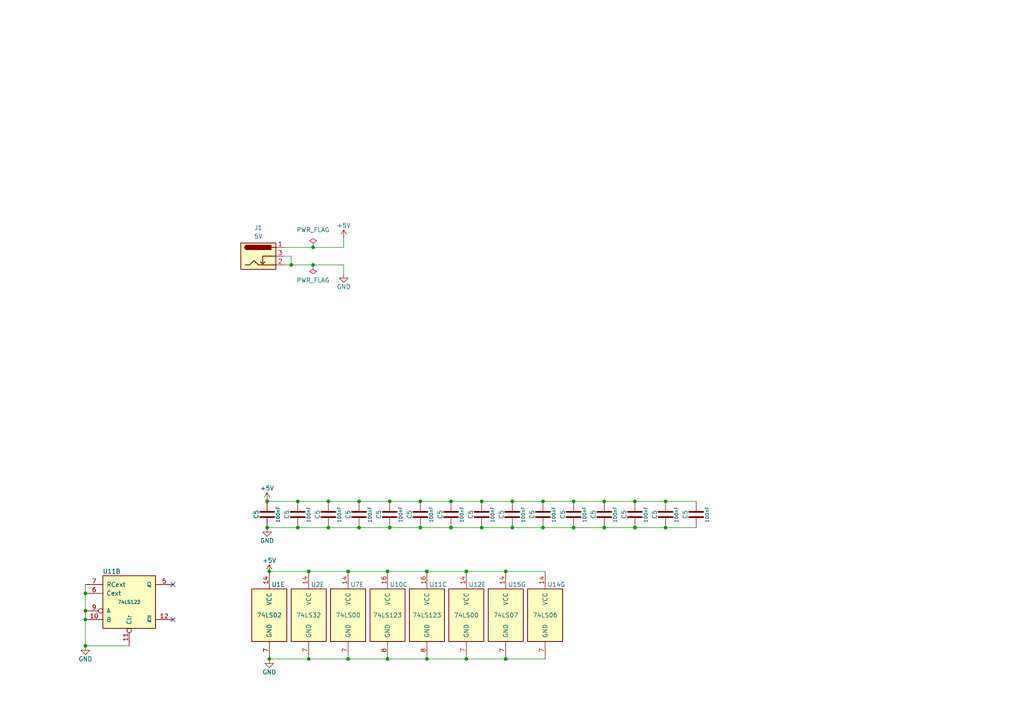
<source format=kicad_sch>
(kicad_sch (version 20230121) (generator eeschema)
  (paper "A4")
  (title_block (title "Sorcerer Dream Disk") (date "2023-12-16") (rev "1.0") (company "Marcel Erz (RetroStack), John Halkiadakis, Michael Borthwick (Exidyboy)") (comment 2 "Barrel Jack power connector, all power units, and unused units") (comment 4 "Power"))
  (lib_symbols
    (symbol "74xx:74LS00" (pin_names (offset 1.016))
      (property "Reference" "U" (at 0 1.27 0))
      (property "Value" "74LS00" (at 0 -1.27 0))
      (symbol "74LS00_1_1"
        (arc (start 0 -3.81) (mid 3.7934 0) (end 0 3.81) (stroke (width 0.254)) (fill (type background)))
        (polyline (pts (xy 0 3.81) (xy -3.81 3.81) (xy -3.81 -3.81) (xy 0 -3.81)) (stroke (width 0.254)) (fill (type background)))
        (pin input line (at -7.62 2.54 0) (length 3.81) (name "~") (number "1"))
        (pin input line (at -7.62 -2.54 0) (length 3.81) (name "~") (number "2"))
        (pin output inverted (at 7.62 0 180) (length 3.81) (name "~") (number "3"))
      )
      (symbol "74LS00_1_2"
        (arc (start -3.81 -3.81) (mid -2.589 0) (end -3.81 3.81) (stroke (width 0.254)))
        (arc (start -0.6096 -3.81) (mid 2.1842 -2.5851) (end 3.81 0) (stroke (width 0.254)) (fill (type background)))
        (polyline (pts (xy -3.81 -3.81) (xy -0.635 -3.81)) (stroke (width 0.254)) (fill (type background)))
        (polyline (pts (xy -3.81 3.81) (xy -0.635 3.81)) (stroke (width 0.254)) (fill (type background)))
        (polyline (pts (xy -0.635 3.81) (xy -3.81 3.81) (xy -3.81 3.81) (xy -3.556 3.4036) (xy -3.0226 2.2606) (xy -2.6924 1.0414) (xy -2.6162 -0.254) (xy -2.7686 -1.4986) (xy -3.175 -2.7178) (xy -3.81 -3.81) (xy -3.81 -3.81) (xy -0.635 -3.81)) (stroke (width -25.4)) (fill (type background)))
        (arc (start 3.81 0) (mid 2.1915 2.5936) (end -0.6096 3.81) (stroke (width 0.254)) (fill (type background)))
        (pin input inverted (at -7.62 2.54 0) (length 4.318) (name "~") (number "1"))
        (pin input inverted (at -7.62 -2.54 0) (length 4.318) (name "~") (number "2"))
        (pin output line (at 7.62 0 180) (length 3.81) (name "~") (number "3"))
      )
      (symbol "74LS00_2_1"
        (arc (start 0 -3.81) (mid 3.7934 0) (end 0 3.81) (stroke (width 0.254)) (fill (type background)))
        (polyline (pts (xy 0 3.81) (xy -3.81 3.81) (xy -3.81 -3.81) (xy 0 -3.81)) (stroke (width 0.254)) (fill (type background)))
        (pin input line (at -7.62 2.54 0) (length 3.81) (name "~") (number "4"))
        (pin input line (at -7.62 -2.54 0) (length 3.81) (name "~") (number "5"))
        (pin output inverted (at 7.62 0 180) (length 3.81) (name "~") (number "6"))
      )
      (symbol "74LS00_2_2"
        (arc (start -3.81 -3.81) (mid -2.589 0) (end -3.81 3.81) (stroke (width 0.254)))
        (arc (start -0.6096 -3.81) (mid 2.1842 -2.5851) (end 3.81 0) (stroke (width 0.254)) (fill (type background)))
        (polyline (pts (xy -3.81 -3.81) (xy -0.635 -3.81)) (stroke (width 0.254)) (fill (type background)))
        (polyline (pts (xy -3.81 3.81) (xy -0.635 3.81)) (stroke (width 0.254)) (fill (type background)))
        (polyline (pts (xy -0.635 3.81) (xy -3.81 3.81) (xy -3.81 3.81) (xy -3.556 3.4036) (xy -3.0226 2.2606) (xy -2.6924 1.0414) (xy -2.6162 -0.254) (xy -2.7686 -1.4986) (xy -3.175 -2.7178) (xy -3.81 -3.81) (xy -3.81 -3.81) (xy -0.635 -3.81)) (stroke (width -25.4)) (fill (type background)))
        (arc (start 3.81 0) (mid 2.1915 2.5936) (end -0.6096 3.81) (stroke (width 0.254)) (fill (type background)))
        (pin input inverted (at -7.62 2.54 0) (length 4.318) (name "~") (number "4"))
        (pin input inverted (at -7.62 -2.54 0) (length 4.318) (name "~") (number "5"))
        (pin output line (at 7.62 0 180) (length 3.81) (name "~") (number "6"))
      )
      (symbol "74LS00_3_1"
        (arc (start 0 -3.81) (mid 3.7934 0) (end 0 3.81) (stroke (width 0.254)) (fill (type background)))
        (polyline (pts (xy 0 3.81) (xy -3.81 3.81) (xy -3.81 -3.81) (xy 0 -3.81)) (stroke (width 0.254)) (fill (type background)))
        (pin input line (at -7.62 -2.54 0) (length 3.81) (name "~") (number "10"))
        (pin output inverted (at 7.62 0 180) (length 3.81) (name "~") (number "8"))
        (pin input line (at -7.62 2.54 0) (length 3.81) (name "~") (number "9"))
      )
      (symbol "74LS00_3_2"
        (arc (start -3.81 -3.81) (mid -2.589 0) (end -3.81 3.81) (stroke (width 0.254)))
        (arc (start -0.6096 -3.81) (mid 2.1842 -2.5851) (end 3.81 0) (stroke (width 0.254)) (fill (type background)))
        (polyline (pts (xy -3.81 -3.81) (xy -0.635 -3.81)) (stroke (width 0.254)) (fill (type background)))
        (polyline (pts (xy -3.81 3.81) (xy -0.635 3.81)) (stroke (width 0.254)) (fill (type background)))
        (polyline (pts (xy -0.635 3.81) (xy -3.81 3.81) (xy -3.81 3.81) (xy -3.556 3.4036) (xy -3.0226 2.2606) (xy -2.6924 1.0414) (xy -2.6162 -0.254) (xy -2.7686 -1.4986) (xy -3.175 -2.7178) (xy -3.81 -3.81) (xy -3.81 -3.81) (xy -0.635 -3.81)) (stroke (width -25.4)) (fill (type background)))
        (arc (start 3.81 0) (mid 2.1915 2.5936) (end -0.6096 3.81) (stroke (width 0.254)) (fill (type background)))
        (pin input inverted (at -7.62 -2.54 0) (length 4.318) (name "~") (number "10"))
        (pin output line (at 7.62 0 180) (length 3.81) (name "~") (number "8"))
        (pin input inverted (at -7.62 2.54 0) (length 4.318) (name "~") (number "9"))
      )
      (symbol "74LS00_4_1"
        (arc (start 0 -3.81) (mid 3.7934 0) (end 0 3.81) (stroke (width 0.254)) (fill (type background)))
        (polyline (pts (xy 0 3.81) (xy -3.81 3.81) (xy -3.81 -3.81) (xy 0 -3.81)) (stroke (width 0.254)) (fill (type background)))
        (pin output inverted (at 7.62 0 180) (length 3.81) (name "~") (number "11"))
        (pin input line (at -7.62 2.54 0) (length 3.81) (name "~") (number "12"))
        (pin input line (at -7.62 -2.54 0) (length 3.81) (name "~") (number "13"))
      )
      (symbol "74LS00_4_2"
        (arc (start -3.81 -3.81) (mid -2.589 0) (end -3.81 3.81) (stroke (width 0.254)))
        (arc (start -0.6096 -3.81) (mid 2.1842 -2.5851) (end 3.81 0) (stroke (width 0.254)) (fill (type background)))
        (polyline (pts (xy -3.81 -3.81) (xy -0.635 -3.81)) (stroke (width 0.254)) (fill (type background)))
        (polyline (pts (xy -3.81 3.81) (xy -0.635 3.81)) (stroke (width 0.254)) (fill (type background)))
        (polyline (pts (xy -0.635 3.81) (xy -3.81 3.81) (xy -3.81 3.81) (xy -3.556 3.4036) (xy -3.0226 2.2606) (xy -2.6924 1.0414) (xy -2.6162 -0.254) (xy -2.7686 -1.4986) (xy -3.175 -2.7178) (xy -3.81 -3.81) (xy -3.81 -3.81) (xy -0.635 -3.81)) (stroke (width -25.4)) (fill (type background)))
        (arc (start 3.81 0) (mid 2.1915 2.5936) (end -0.6096 3.81) (stroke (width 0.254)) (fill (type background)))
        (pin output line (at 7.62 0 180) (length 3.81) (name "~") (number "11"))
        (pin input inverted (at -7.62 2.54 0) (length 4.318) (name "~") (number "12"))
        (pin input inverted (at -7.62 -2.54 0) (length 4.318) (name "~") (number "13"))
      )
      (symbol "74LS00_5_0"
        (pin power_in line (at 0 12.7 270) (length 5.08) (name "VCC") (number "14"))
        (pin power_in line (at 0 -12.7 90) (length 5.08) (name "GND") (number "7"))
      )
      (symbol "74LS00_5_1"
        (rectangle (start -5.08 7.62) (end 5.08 -7.62) (stroke (width 0.254)) (fill (type background)))
      )
    )
    (symbol "74xx:74LS02" (pin_names (offset 1.016))
      (property "Reference" "U" (at 0 1.27 0))
      (property "Value" "74LS02" (at 0 -1.27 0))
      (symbol "74LS02_1_1"
        (arc (start -3.81 -3.81) (mid -2.589 0) (end -3.81 3.81) (stroke (width 0.254)))
        (arc (start -0.6096 -3.81) (mid 2.1842 -2.5851) (end 3.81 0) (stroke (width 0.254)) (fill (type background)))
        (polyline (pts (xy -3.81 -3.81) (xy -0.635 -3.81)) (stroke (width 0.254)) (fill (type background)))
        (polyline (pts (xy -3.81 3.81) (xy -0.635 3.81)) (stroke (width 0.254)) (fill (type background)))
        (polyline (pts (xy -0.635 3.81) (xy -3.81 3.81) (xy -3.81 3.81) (xy -3.556 3.4036) (xy -3.0226 2.2606) (xy -2.6924 1.0414) (xy -2.6162 -0.254) (xy -2.7686 -1.4986) (xy -3.175 -2.7178) (xy -3.81 -3.81) (xy -3.81 -3.81) (xy -0.635 -3.81)) (stroke (width -25.4)) (fill (type background)))
        (arc (start 3.81 0) (mid 2.1915 2.5936) (end -0.6096 3.81) (stroke (width 0.254)) (fill (type background)))
        (pin output inverted (at 7.62 0 180) (length 3.81) (name "~") (number "1"))
        (pin input line (at -7.62 2.54 0) (length 4.318) (name "~") (number "2"))
        (pin input line (at -7.62 -2.54 0) (length 4.318) (name "~") (number "3"))
      )
      (symbol "74LS02_1_2"
        (arc (start 0 -3.81) (mid 3.7934 0) (end 0 3.81) (stroke (width 0.254)) (fill (type background)))
        (polyline (pts (xy 0 3.81) (xy -3.81 3.81) (xy -3.81 -3.81) (xy 0 -3.81)) (stroke (width 0.254)) (fill (type background)))
        (pin output line (at 7.62 0 180) (length 3.81) (name "~") (number "1"))
        (pin input inverted (at -7.62 2.54 0) (length 3.81) (name "~") (number "2"))
        (pin input inverted (at -7.62 -2.54 0) (length 3.81) (name "~") (number "3"))
      )
      (symbol "74LS02_2_1"
        (arc (start -3.81 -3.81) (mid -2.589 0) (end -3.81 3.81) (stroke (width 0.254)))
        (arc (start -0.6096 -3.81) (mid 2.1842 -2.5851) (end 3.81 0) (stroke (width 0.254)) (fill (type background)))
        (polyline (pts (xy -3.81 -3.81) (xy -0.635 -3.81)) (stroke (width 0.254)) (fill (type background)))
        (polyline (pts (xy -3.81 3.81) (xy -0.635 3.81)) (stroke (width 0.254)) (fill (type background)))
        (polyline (pts (xy -0.635 3.81) (xy -3.81 3.81) (xy -3.81 3.81) (xy -3.556 3.4036) (xy -3.0226 2.2606) (xy -2.6924 1.0414) (xy -2.6162 -0.254) (xy -2.7686 -1.4986) (xy -3.175 -2.7178) (xy -3.81 -3.81) (xy -3.81 -3.81) (xy -0.635 -3.81)) (stroke (width -25.4)) (fill (type background)))
        (arc (start 3.81 0) (mid 2.1915 2.5936) (end -0.6096 3.81) (stroke (width 0.254)) (fill (type background)))
        (pin output inverted (at 7.62 0 180) (length 3.81) (name "~") (number "4"))
        (pin input line (at -7.62 2.54 0) (length 4.318) (name "~") (number "5"))
        (pin input line (at -7.62 -2.54 0) (length 4.318) (name "~") (number "6"))
      )
      (symbol "74LS02_2_2"
        (arc (start 0 -3.81) (mid 3.7934 0) (end 0 3.81) (stroke (width 0.254)) (fill (type background)))
        (polyline (pts (xy 0 3.81) (xy -3.81 3.81) (xy -3.81 -3.81) (xy 0 -3.81)) (stroke (width 0.254)) (fill (type background)))
        (pin output line (at 7.62 0 180) (length 3.81) (name "~") (number "4"))
        (pin input inverted (at -7.62 2.54 0) (length 3.81) (name "~") (number "5"))
        (pin input inverted (at -7.62 -2.54 0) (length 3.81) (name "~") (number "6"))
      )
      (symbol "74LS02_3_1"
        (arc (start -3.81 -3.81) (mid -2.589 0) (end -3.81 3.81) (stroke (width 0.254)))
        (arc (start -0.6096 -3.81) (mid 2.1842 -2.5851) (end 3.81 0) (stroke (width 0.254)) (fill (type background)))
        (polyline (pts (xy -3.81 -3.81) (xy -0.635 -3.81)) (stroke (width 0.254)) (fill (type background)))
        (polyline (pts (xy -3.81 3.81) (xy -0.635 3.81)) (stroke (width 0.254)) (fill (type background)))
        (polyline (pts (xy -0.635 3.81) (xy -3.81 3.81) (xy -3.81 3.81) (xy -3.556 3.4036) (xy -3.0226 2.2606) (xy -2.6924 1.0414) (xy -2.6162 -0.254) (xy -2.7686 -1.4986) (xy -3.175 -2.7178) (xy -3.81 -3.81) (xy -3.81 -3.81) (xy -0.635 -3.81)) (stroke (width -25.4)) (fill (type background)))
        (arc (start 3.81 0) (mid 2.1915 2.5936) (end -0.6096 3.81) (stroke (width 0.254)) (fill (type background)))
        (pin output inverted (at 7.62 0 180) (length 3.81) (name "~") (number "10"))
        (pin input line (at -7.62 2.54 0) (length 4.318) (name "~") (number "8"))
        (pin input line (at -7.62 -2.54 0) (length 4.318) (name "~") (number "9"))
      )
      (symbol "74LS02_3_2"
        (arc (start 0 -3.81) (mid 3.7934 0) (end 0 3.81) (stroke (width 0.254)) (fill (type background)))
        (polyline (pts (xy 0 3.81) (xy -3.81 3.81) (xy -3.81 -3.81) (xy 0 -3.81)) (stroke (width 0.254)) (fill (type background)))
        (pin output line (at 7.62 0 180) (length 3.81) (name "~") (number "10"))
        (pin input inverted (at -7.62 2.54 0) (length 3.81) (name "~") (number "8"))
        (pin input inverted (at -7.62 -2.54 0) (length 3.81) (name "~") (number "9"))
      )
      (symbol "74LS02_4_1"
        (arc (start -3.81 -3.81) (mid -2.589 0) (end -3.81 3.81) (stroke (width 0.254)))
        (arc (start -0.6096 -3.81) (mid 2.1842 -2.5851) (end 3.81 0) (stroke (width 0.254)) (fill (type background)))
        (polyline (pts (xy -3.81 -3.81) (xy -0.635 -3.81)) (stroke (width 0.254)) (fill (type background)))
        (polyline (pts (xy -3.81 3.81) (xy -0.635 3.81)) (stroke (width 0.254)) (fill (type background)))
        (polyline (pts (xy -0.635 3.81) (xy -3.81 3.81) (xy -3.81 3.81) (xy -3.556 3.4036) (xy -3.0226 2.2606) (xy -2.6924 1.0414) (xy -2.6162 -0.254) (xy -2.7686 -1.4986) (xy -3.175 -2.7178) (xy -3.81 -3.81) (xy -3.81 -3.81) (xy -0.635 -3.81)) (stroke (width -25.4)) (fill (type background)))
        (arc (start 3.81 0) (mid 2.1915 2.5936) (end -0.6096 3.81) (stroke (width 0.254)) (fill (type background)))
        (pin input line (at -7.62 2.54 0) (length 4.318) (name "~") (number "11"))
        (pin input line (at -7.62 -2.54 0) (length 4.318) (name "~") (number "12"))
        (pin output inverted (at 7.62 0 180) (length 3.81) (name "~") (number "13"))
      )
      (symbol "74LS02_4_2"
        (arc (start 0 -3.81) (mid 3.7934 0) (end 0 3.81) (stroke (width 0.254)) (fill (type background)))
        (polyline (pts (xy 0 3.81) (xy -3.81 3.81) (xy -3.81 -3.81) (xy 0 -3.81)) (stroke (width 0.254)) (fill (type background)))
        (pin input inverted (at -7.62 2.54 0) (length 3.81) (name "~") (number "11"))
        (pin input inverted (at -7.62 -2.54 0) (length 3.81) (name "~") (number "12"))
        (pin output line (at 7.62 0 180) (length 3.81) (name "~") (number "13"))
      )
      (symbol "74LS02_5_0"
        (pin power_in line (at 0 12.7 270) (length 5.08) (name "VCC") (number "14"))
        (pin power_in line (at 0 -12.7 90) (length 5.08) (name "GND") (number "7"))
      )
      (symbol "74LS02_5_1"
        (rectangle (start -5.08 7.62) (end 5.08 -7.62) (stroke (width 0.254)) (fill (type background)))
      )
    )
    (symbol "74xx:74LS06" (pin_names (offset 1.016))
      (property "Reference" "U" (at 0 1.27 0))
      (property "Value" "74LS06" (at 0 -1.27 0))
      (symbol "74LS06_1_0"
        (polyline (pts (xy -3.81 3.81) (xy -3.81 -3.81) (xy 3.81 0) (xy -3.81 3.81)) (stroke (width 0.254)) (fill (type background)))
        (pin input line (at -7.62 0 0) (length 3.81) (name "~") (number "1"))
        (pin open_collector inverted (at 7.62 0 180) (length 3.81) (name "~") (number "2"))
      )
      (symbol "74LS06_2_0"
        (polyline (pts (xy -3.81 3.81) (xy -3.81 -3.81) (xy 3.81 0) (xy -3.81 3.81)) (stroke (width 0.254)) (fill (type background)))
        (pin input line (at -7.62 0 0) (length 3.81) (name "~") (number "3"))
        (pin open_collector inverted (at 7.62 0 180) (length 3.81) (name "~") (number "4"))
      )
      (symbol "74LS06_3_0"
        (polyline (pts (xy -3.81 3.81) (xy -3.81 -3.81) (xy 3.81 0) (xy -3.81 3.81)) (stroke (width 0.254)) (fill (type background)))
        (pin input line (at -7.62 0 0) (length 3.81) (name "~") (number "5"))
        (pin open_collector inverted (at 7.62 0 180) (length 3.81) (name "~") (number "6"))
      )
      (symbol "74LS06_4_0"
        (polyline (pts (xy -3.81 3.81) (xy -3.81 -3.81) (xy 3.81 0) (xy -3.81 3.81)) (stroke (width 0.254)) (fill (type background)))
        (pin open_collector inverted (at 7.62 0 180) (length 3.81) (name "~") (number "8"))
        (pin input line (at -7.62 0 0) (length 3.81) (name "~") (number "9"))
      )
      (symbol "74LS06_5_0"
        (polyline (pts (xy -3.81 3.81) (xy -3.81 -3.81) (xy 3.81 0) (xy -3.81 3.81)) (stroke (width 0.254)) (fill (type background)))
        (pin open_collector inverted (at 7.62 0 180) (length 3.81) (name "~") (number "10"))
        (pin input line (at -7.62 0 0) (length 3.81) (name "~") (number "11"))
      )
      (symbol "74LS06_6_0"
        (polyline (pts (xy -3.81 3.81) (xy -3.81 -3.81) (xy 3.81 0) (xy -3.81 3.81)) (stroke (width 0.254)) (fill (type background)))
        (pin open_collector inverted (at 7.62 0 180) (length 3.81) (name "~") (number "12"))
        (pin input line (at -7.62 0 0) (length 3.81) (name "~") (number "13"))
      )
      (symbol "74LS06_7_0"
        (pin power_in line (at 0 12.7 270) (length 5.08) (name "VCC") (number "14"))
        (pin power_in line (at 0 -12.7 90) (length 5.08) (name "GND") (number "7"))
      )
      (symbol "74LS06_7_1"
        (rectangle (start -5.08 7.62) (end 5.08 -7.62) (stroke (width 0.254)) (fill (type background)))
      )
    )
    (symbol "74xx:74LS07" (pin_names (offset 1.016))
      (property "Reference" "U" (at 0 1.27 0))
      (property "Value" "74LS07" (at 0 -1.27 0))
      (symbol "74LS07_1_0"
        (polyline (pts (xy -3.81 3.81) (xy -3.81 -3.81) (xy 3.81 0) (xy -3.81 3.81)) (stroke (width 0.254)) (fill (type background)))
        (pin input line (at -7.62 0 0) (length 3.81) (name "~") (number "1"))
        (pin open_collector line (at 7.62 0 180) (length 3.81) (name "~") (number "2"))
      )
      (symbol "74LS07_2_0"
        (polyline (pts (xy -3.81 3.81) (xy -3.81 -3.81) (xy 3.81 0) (xy -3.81 3.81)) (stroke (width 0.254)) (fill (type background)))
        (pin input line (at -7.62 0 0) (length 3.81) (name "~") (number "3"))
        (pin open_collector line (at 7.62 0 180) (length 3.81) (name "~") (number "4"))
      )
      (symbol "74LS07_3_0"
        (polyline (pts (xy -3.81 3.81) (xy -3.81 -3.81) (xy 3.81 0) (xy -3.81 3.81)) (stroke (width 0.254)) (fill (type background)))
        (pin input line (at -7.62 0 0) (length 3.81) (name "~") (number "5"))
        (pin open_collector line (at 7.62 0 180) (length 3.81) (name "~") (number "6"))
      )
      (symbol "74LS07_4_0"
        (polyline (pts (xy -3.81 3.81) (xy -3.81 -3.81) (xy 3.81 0) (xy -3.81 3.81)) (stroke (width 0.254)) (fill (type background)))
        (pin open_collector line (at 7.62 0 180) (length 3.81) (name "~") (number "8"))
        (pin input line (at -7.62 0 0) (length 3.81) (name "~") (number "9"))
      )
      (symbol "74LS07_5_0"
        (polyline (pts (xy -3.81 3.81) (xy -3.81 -3.81) (xy 3.81 0) (xy -3.81 3.81)) (stroke (width 0.254)) (fill (type background)))
        (pin open_collector line (at 7.62 0 180) (length 3.81) (name "~") (number "10"))
        (pin input line (at -7.62 0 0) (length 3.81) (name "~") (number "11"))
      )
      (symbol "74LS07_6_0"
        (polyline (pts (xy -3.81 3.81) (xy -3.81 -3.81) (xy 3.81 0) (xy -3.81 3.81)) (stroke (width 0.254)) (fill (type background)))
        (pin open_collector line (at 7.62 0 180) (length 3.81) (name "~") (number "12"))
        (pin input line (at -7.62 0 0) (length 3.81) (name "~") (number "13"))
      )
      (symbol "74LS07_7_0"
        (pin power_in line (at 0 12.7 270) (length 5.08) (name "VCC") (number "14"))
        (pin power_in line (at 0 -12.7 90) (length 5.08) (name "GND") (number "7"))
      )
      (symbol "74LS07_7_1"
        (rectangle (start -5.08 7.62) (end 5.08 -7.62) (stroke (width 0.254)) (fill (type background)))
      )
    )
    (symbol "74xx:74LS123" (pin_names (offset 1.016))
      (property "Reference" "U" (at -7.62 8.89 0))
      (property "Value" "74LS123" (at -7.62 -8.89 0))
      (symbol "74LS123_1_0"
        (pin input inverted (at -12.7 -2.54 0) (length 5.08) (name "A") (number "1"))
        (pin output line (at 12.7 5.08 180) (length 5.08) (name "Q") (number "13"))
        (pin input line (at -12.7 2.54 0) (length 5.08) (name "Cext") (number "14"))
        (pin input line (at -12.7 5.08 0) (length 5.08) (name "RCext") (number "15"))
        (pin input line (at -12.7 -5.08 0) (length 5.08) (name "B") (number "2"))
        (pin input inverted (at 0 -12.7 90) (length 5.08) (name "Clr") (number "3"))
        (pin output line (at 12.7 -5.08 180) (length 5.08) (name "~{Q}") (number "4"))
      )
      (symbol "74LS123_1_1"
        (rectangle (start -7.62 7.62) (end 7.62 -7.62) (stroke (width 0.254)) (fill (type background)))
      )
      (symbol "74LS123_2_0"
        (pin input line (at -12.7 -5.08 0) (length 5.08) (name "B") (number "10"))
        (pin input inverted (at 0 -12.7 90) (length 5.08) (name "Clr") (number "11"))
        (pin output line (at 12.7 -5.08 180) (length 5.08) (name "~{Q}") (number "12"))
        (pin output line (at 12.7 5.08 180) (length 5.08) (name "Q") (number "5"))
        (pin input line (at -12.7 2.54 0) (length 5.08) (name "Cext") (number "6"))
        (pin input line (at -12.7 5.08 0) (length 5.08) (name "RCext") (number "7"))
        (pin input inverted (at -12.7 -2.54 0) (length 5.08) (name "A") (number "9"))
      )
      (symbol "74LS123_2_1"
        (rectangle (start -7.62 7.62) (end 7.62 -7.62) (stroke (width 0.254)) (fill (type background)))
      )
      (symbol "74LS123_3_0"
        (pin power_in line (at 0 12.7 270) (length 5.08) (name "VCC") (number "16"))
        (pin power_in line (at 0 -12.7 90) (length 5.08) (name "GND") (number "8"))
      )
      (symbol "74LS123_3_1"
        (rectangle (start -5.08 7.62) (end 5.08 -7.62) (stroke (width 0.254)) (fill (type background)))
      )
    )
    (symbol "74xx:74LS32" (pin_names (offset 1.016))
      (property "Reference" "U" (at 0 1.27 0))
      (property "Value" "74LS32" (at 0 -1.27 0))
      (symbol "74LS32_1_1"
        (arc (start -3.81 -3.81) (mid -2.589 0) (end -3.81 3.81) (stroke (width 0.254)))
        (arc (start -0.6096 -3.81) (mid 2.1842 -2.5851) (end 3.81 0) (stroke (width 0.254)) (fill (type background)))
        (polyline (pts (xy -3.81 -3.81) (xy -0.635 -3.81)) (stroke (width 0.254)) (fill (type background)))
        (polyline (pts (xy -3.81 3.81) (xy -0.635 3.81)) (stroke (width 0.254)) (fill (type background)))
        (polyline (pts (xy -0.635 3.81) (xy -3.81 3.81) (xy -3.81 3.81) (xy -3.556 3.4036) (xy -3.0226 2.2606) (xy -2.6924 1.0414) (xy -2.6162 -0.254) (xy -2.7686 -1.4986) (xy -3.175 -2.7178) (xy -3.81 -3.81) (xy -3.81 -3.81) (xy -0.635 -3.81)) (stroke (width -25.4)) (fill (type background)))
        (arc (start 3.81 0) (mid 2.1915 2.5936) (end -0.6096 3.81) (stroke (width 0.254)) (fill (type background)))
        (pin input line (at -7.62 2.54 0) (length 4.318) (name "~") (number "1"))
        (pin input line (at -7.62 -2.54 0) (length 4.318) (name "~") (number "2"))
        (pin output line (at 7.62 0 180) (length 3.81) (name "~") (number "3"))
      )
      (symbol "74LS32_1_2"
        (arc (start 0 -3.81) (mid 3.7934 0) (end 0 3.81) (stroke (width 0.254)) (fill (type background)))
        (polyline (pts (xy 0 3.81) (xy -3.81 3.81) (xy -3.81 -3.81) (xy 0 -3.81)) (stroke (width 0.254)) (fill (type background)))
        (pin input inverted (at -7.62 2.54 0) (length 3.81) (name "~") (number "1"))
        (pin input inverted (at -7.62 -2.54 0) (length 3.81) (name "~") (number "2"))
        (pin output inverted (at 7.62 0 180) (length 3.81) (name "~") (number "3"))
      )
      (symbol "74LS32_2_1"
        (arc (start -3.81 -3.81) (mid -2.589 0) (end -3.81 3.81) (stroke (width 0.254)))
        (arc (start -0.6096 -3.81) (mid 2.1842 -2.5851) (end 3.81 0) (stroke (width 0.254)) (fill (type background)))
        (polyline (pts (xy -3.81 -3.81) (xy -0.635 -3.81)) (stroke (width 0.254)) (fill (type background)))
        (polyline (pts (xy -3.81 3.81) (xy -0.635 3.81)) (stroke (width 0.254)) (fill (type background)))
        (polyline (pts (xy -0.635 3.81) (xy -3.81 3.81) (xy -3.81 3.81) (xy -3.556 3.4036) (xy -3.0226 2.2606) (xy -2.6924 1.0414) (xy -2.6162 -0.254) (xy -2.7686 -1.4986) (xy -3.175 -2.7178) (xy -3.81 -3.81) (xy -3.81 -3.81) (xy -0.635 -3.81)) (stroke (width -25.4)) (fill (type background)))
        (arc (start 3.81 0) (mid 2.1915 2.5936) (end -0.6096 3.81) (stroke (width 0.254)) (fill (type background)))
        (pin input line (at -7.62 2.54 0) (length 4.318) (name "~") (number "4"))
        (pin input line (at -7.62 -2.54 0) (length 4.318) (name "~") (number "5"))
        (pin output line (at 7.62 0 180) (length 3.81) (name "~") (number "6"))
      )
      (symbol "74LS32_2_2"
        (arc (start 0 -3.81) (mid 3.7934 0) (end 0 3.81) (stroke (width 0.254)) (fill (type background)))
        (polyline (pts (xy 0 3.81) (xy -3.81 3.81) (xy -3.81 -3.81) (xy 0 -3.81)) (stroke (width 0.254)) (fill (type background)))
        (pin input inverted (at -7.62 2.54 0) (length 3.81) (name "~") (number "4"))
        (pin input inverted (at -7.62 -2.54 0) (length 3.81) (name "~") (number "5"))
        (pin output inverted (at 7.62 0 180) (length 3.81) (name "~") (number "6"))
      )
      (symbol "74LS32_3_1"
        (arc (start -3.81 -3.81) (mid -2.589 0) (end -3.81 3.81) (stroke (width 0.254)))
        (arc (start -0.6096 -3.81) (mid 2.1842 -2.5851) (end 3.81 0) (stroke (width 0.254)) (fill (type background)))
        (polyline (pts (xy -3.81 -3.81) (xy -0.635 -3.81)) (stroke (width 0.254)) (fill (type background)))
        (polyline (pts (xy -3.81 3.81) (xy -0.635 3.81)) (stroke (width 0.254)) (fill (type background)))
        (polyline (pts (xy -0.635 3.81) (xy -3.81 3.81) (xy -3.81 3.81) (xy -3.556 3.4036) (xy -3.0226 2.2606) (xy -2.6924 1.0414) (xy -2.6162 -0.254) (xy -2.7686 -1.4986) (xy -3.175 -2.7178) (xy -3.81 -3.81) (xy -3.81 -3.81) (xy -0.635 -3.81)) (stroke (width -25.4)) (fill (type background)))
        (arc (start 3.81 0) (mid 2.1915 2.5936) (end -0.6096 3.81) (stroke (width 0.254)) (fill (type background)))
        (pin input line (at -7.62 -2.54 0) (length 4.318) (name "~") (number "10"))
        (pin output line (at 7.62 0 180) (length 3.81) (name "~") (number "8"))
        (pin input line (at -7.62 2.54 0) (length 4.318) (name "~") (number "9"))
      )
      (symbol "74LS32_3_2"
        (arc (start 0 -3.81) (mid 3.7934 0) (end 0 3.81) (stroke (width 0.254)) (fill (type background)))
        (polyline (pts (xy 0 3.81) (xy -3.81 3.81) (xy -3.81 -3.81) (xy 0 -3.81)) (stroke (width 0.254)) (fill (type background)))
        (pin input inverted (at -7.62 -2.54 0) (length 3.81) (name "~") (number "10"))
        (pin output inverted (at 7.62 0 180) (length 3.81) (name "~") (number "8"))
        (pin input inverted (at -7.62 2.54 0) (length 3.81) (name "~") (number "9"))
      )
      (symbol "74LS32_4_1"
        (arc (start -3.81 -3.81) (mid -2.589 0) (end -3.81 3.81) (stroke (width 0.254)))
        (arc (start -0.6096 -3.81) (mid 2.1842 -2.5851) (end 3.81 0) (stroke (width 0.254)) (fill (type background)))
        (polyline (pts (xy -3.81 -3.81) (xy -0.635 -3.81)) (stroke (width 0.254)) (fill (type background)))
        (polyline (pts (xy -3.81 3.81) (xy -0.635 3.81)) (stroke (width 0.254)) (fill (type background)))
        (polyline (pts (xy -0.635 3.81) (xy -3.81 3.81) (xy -3.81 3.81) (xy -3.556 3.4036) (xy -3.0226 2.2606) (xy -2.6924 1.0414) (xy -2.6162 -0.254) (xy -2.7686 -1.4986) (xy -3.175 -2.7178) (xy -3.81 -3.81) (xy -3.81 -3.81) (xy -0.635 -3.81)) (stroke (width -25.4)) (fill (type background)))
        (arc (start 3.81 0) (mid 2.1915 2.5936) (end -0.6096 3.81) (stroke (width 0.254)) (fill (type background)))
        (pin output line (at 7.62 0 180) (length 3.81) (name "~") (number "11"))
        (pin input line (at -7.62 2.54 0) (length 4.318) (name "~") (number "12"))
        (pin input line (at -7.62 -2.54 0) (length 4.318) (name "~") (number "13"))
      )
      (symbol "74LS32_4_2"
        (arc (start 0 -3.81) (mid 3.7934 0) (end 0 3.81) (stroke (width 0.254)) (fill (type background)))
        (polyline (pts (xy 0 3.81) (xy -3.81 3.81) (xy -3.81 -3.81) (xy 0 -3.81)) (stroke (width 0.254)) (fill (type background)))
        (pin output inverted (at 7.62 0 180) (length 3.81) (name "~") (number "11"))
        (pin input inverted (at -7.62 2.54 0) (length 3.81) (name "~") (number "12"))
        (pin input inverted (at -7.62 -2.54 0) (length 3.81) (name "~") (number "13"))
      )
      (symbol "74LS32_5_0"
        (pin power_in line (at 0 12.7 270) (length 5.08) (name "VCC") (number "14"))
        (pin power_in line (at 0 -12.7 90) (length 5.08) (name "GND") (number "7"))
      )
      (symbol "74LS32_5_1"
        (rectangle (start -5.08 7.62) (end 5.08 -7.62) (stroke (width 0.254)) (fill (type background)))
      )
    )
    (symbol "Connector:Barrel_Jack_Switch" (pin_names hide)
      (property "Reference" "J" (at 0 5.334 0))
      (property "Value" "Barrel_Jack_Switch" (at 0 -5.08 0))
      (symbol "Barrel_Jack_Switch_0_1"
        (rectangle (start -5.08 3.81) (end 5.08 -3.81) (stroke (width 0.254)) (fill (type background)))
        (arc (start -3.302 3.175) (mid -3.9343 2.54) (end -3.302 1.905) (stroke (width 0.254)))
        (arc (start -3.302 3.175) (mid -3.9343 2.54) (end -3.302 1.905) (stroke (width 0.254)) (fill (type outline)))
        (polyline (pts (xy 1.27 -2.286) (xy 1.905 -1.651)) (stroke (width 0.254)))
        (polyline (pts (xy 5.08 2.54) (xy 3.81 2.54)) (stroke (width 0.254)))
        (polyline (pts (xy 5.08 0) (xy 1.27 0) (xy 1.27 -2.286) (xy 0.635 -1.651)) (stroke (width 0.254)))
        (polyline (pts (xy -3.81 -2.54) (xy -2.54 -2.54) (xy -1.27 -1.27) (xy 0 -2.54) (xy 2.54 -2.54) (xy 5.08 -2.54)) (stroke (width 0.254)))
        (rectangle (start 3.683 3.175) (end -3.302 1.905) (stroke (width 0.254)) (fill (type outline)))
      )
      (symbol "Barrel_Jack_Switch_1_1"
        (pin passive line (at 7.62 2.54 180) (length 2.54) (name "~") (number "1"))
        (pin passive line (at 7.62 -2.54 180) (length 2.54) (name "~") (number "2"))
        (pin passive line (at 7.62 0 180) (length 2.54) (name "~") (number "3"))
      )
    )
    (symbol "Device:C" (pin_numbers hide) (pin_names (offset 0.254))
      (property "Reference" "C" (at 0.635 2.54 0))
      (property "Value" "C" (at 0.635 -2.54 0))
      (symbol "C_0_1"
        (polyline (pts (xy -2.032 -0.762) (xy 2.032 -0.762)) (stroke (width 0.508)))
        (polyline (pts (xy -2.032 0.762) (xy 2.032 0.762)) (stroke (width 0.508)))
      )
      (symbol "C_1_1"
        (pin passive line (at 0 3.81 270) (length 2.794) (name "~") (number "1"))
        (pin passive line (at 0 -3.81 90) (length 2.794) (name "~") (number "2"))
      )
    )
    (symbol "power:+5V" (power) (pin_names (offset 0))
      (property "Value" "+5V" (at 0 3.556 0))
      (symbol "+5V_0_1"
        (polyline (pts (xy -0.762 1.27) (xy 0 2.54)))
        (polyline (pts (xy 0 0) (xy 0 2.54)))
        (polyline (pts (xy 0 2.54) (xy 0.762 1.27)))
      )
      (symbol "+5V_1_1"
        (pin power_in line (at 0 0 90) (length 0) hide (name "+5V") (number "1"))
      )
    )
    (symbol "power:GND" (power) (pin_names (offset 0))
      (property "Value" "GND" (at 0 -3.81 0))
      (symbol "GND_0_1"
        (polyline (pts (xy 0 0) (xy 0 -1.27) (xy 1.27 -1.27) (xy 0 -2.54) (xy -1.27 -1.27) (xy 0 -1.27)))
      )
      (symbol "GND_1_1"
        (pin power_in line (at 0 0 270) (length 0) hide (name "GND") (number "1"))
      )
    )
    (symbol "power:PWR_FLAG" (power) (pin_numbers hide) (pin_names (offset 0) hide)
      (property "Value" "PWR_FLAG" (at 0 3.81 0))
      (symbol "PWR_FLAG_0_0"
        (pin power_out line (at 0 0 90) (length 0) (name "pwr") (number "1"))
      )
      (symbol "PWR_FLAG_0_1"
        (polyline (pts (xy 0 0) (xy 0 1.27) (xy -1.016 1.905) (xy 0 2.54) (xy 1.016 1.905) (xy 0 1.27)))
      )
    )
  )
  (junction (at 113.03 153.035))
  (junction (at 86.36 153.035))
  (junction (at 166.37 145.415))
  (junction (at 135.255 165.735))
  (junction (at 112.395 165.735))
  (junction (at 113.03 145.415))
  (junction (at 175.26 153.035))
  (junction (at 139.7 153.035))
  (junction (at 78.105 191.135))
  (junction (at 24.765 187.325))
  (junction (at 95.25 145.415))
  (junction (at 193.04 153.035))
  (junction (at 148.59 153.035))
  (junction (at 90.805 71.755))
  (junction (at 77.47 153.035))
  (junction (at 84.455 76.835))
  (junction (at 166.37 153.035))
  (junction (at 175.26 145.415))
  (junction (at 157.48 145.415))
  (junction (at 146.685 165.735))
  (junction (at 148.59 145.415))
  (junction (at 130.81 153.035))
  (junction (at 89.535 165.735))
  (junction (at 104.14 153.035))
  (junction (at 86.36 145.415))
  (junction (at 24.765 177.165))
  (junction (at 130.81 145.415))
  (junction (at 193.04 145.415))
  (junction (at 123.825 165.735))
  (junction (at 24.765 179.705))
  (junction (at 157.48 153.035))
  (junction (at 184.15 145.415))
  (junction (at 78.105 165.735))
  (junction (at 104.14 145.415))
  (junction (at 89.535 191.135))
  (junction (at 121.92 145.415))
  (junction (at 123.825 191.135))
  (junction (at 112.395 191.135))
  (junction (at 146.685 191.135))
  (junction (at 100.965 165.735))
  (junction (at 184.15 153.035))
  (junction (at 95.25 153.035))
  (junction (at 24.765 172.085))
  (junction (at 100.965 191.135))
  (junction (at 135.255 191.135))
  (junction (at 77.47 145.415))
  (junction (at 90.805 76.835))
  (junction (at 139.7 145.415))
  (junction (at 121.92 153.035))
  (no_connect (at 50.165 179.705))
  (no_connect (at 50.165 169.545))
  (wire (pts (xy 78.105 165.735) (xy 89.535 165.735)))
  (wire (pts (xy 193.04 145.415) (xy 201.93 145.415)))
  (wire (pts (xy 90.805 71.755) (xy 99.695 71.755)))
  (wire (pts (xy 104.14 145.415) (xy 113.03 145.415)))
  (wire (pts (xy 84.455 74.295) (xy 84.455 76.835)))
  (wire (pts (xy 86.36 145.415) (xy 95.25 145.415)))
  (wire (pts (xy 24.765 187.325) (xy 37.465 187.325)))
  (wire (pts (xy 148.59 145.415) (xy 157.48 145.415)))
  (wire (pts (xy 112.395 165.735) (xy 123.825 165.735)))
  (wire (pts (xy 146.685 191.135) (xy 158.115 191.135)))
  (wire (pts (xy 82.55 71.755) (xy 90.805 71.755)))
  (wire (pts (xy 175.26 145.415) (xy 184.15 145.415)))
  (wire (pts (xy 130.81 145.415) (xy 139.7 145.415)))
  (wire (pts (xy 166.37 145.415) (xy 175.26 145.415)))
  (wire (pts (xy 99.695 69.215) (xy 99.695 71.755)))
  (wire (pts (xy 95.25 153.035) (xy 104.14 153.035)))
  (wire (pts (xy 90.805 76.835) (xy 99.695 76.835)))
  (wire (pts (xy 24.765 179.705) (xy 24.765 187.325)))
  (wire (pts (xy 135.255 191.135) (xy 146.685 191.135)))
  (wire (pts (xy 77.47 145.415) (xy 86.36 145.415)))
  (wire (pts (xy 184.15 145.415) (xy 193.04 145.415)))
  (wire (pts (xy 100.965 165.735) (xy 112.395 165.735)))
  (wire (pts (xy 24.765 169.545) (xy 24.765 172.085)))
  (wire (pts (xy 24.765 172.085) (xy 24.765 177.165)))
  (wire (pts (xy 148.59 153.035) (xy 157.48 153.035)))
  (wire (pts (xy 84.455 76.835) (xy 90.805 76.835)))
  (wire (pts (xy 82.55 76.835) (xy 84.455 76.835)))
  (wire (pts (xy 104.14 153.035) (xy 113.03 153.035)))
  (wire (pts (xy 86.36 153.035) (xy 95.25 153.035)))
  (wire (pts (xy 78.105 165.735) (xy 78.105 166.37)))
  (wire (pts (xy 121.92 153.035) (xy 130.81 153.035)))
  (wire (pts (xy 166.37 153.035) (xy 175.26 153.035)))
  (wire (pts (xy 157.48 145.415) (xy 166.37 145.415)))
  (wire (pts (xy 113.03 145.415) (xy 121.92 145.415)))
  (wire (pts (xy 112.395 191.135) (xy 123.825 191.135)))
  (wire (pts (xy 89.535 191.135) (xy 100.965 191.135)))
  (wire (pts (xy 135.255 165.735) (xy 146.685 165.735)))
  (wire (pts (xy 139.7 145.415) (xy 148.59 145.415)))
  (wire (pts (xy 130.81 153.035) (xy 139.7 153.035)))
  (wire (pts (xy 193.04 153.035) (xy 201.93 153.035)))
  (wire (pts (xy 175.26 153.035) (xy 184.15 153.035)))
  (wire (pts (xy 82.55 74.295) (xy 84.455 74.295)))
  (wire (pts (xy 24.765 177.165) (xy 24.765 179.705)))
  (wire (pts (xy 99.695 79.375) (xy 99.695 76.835)))
  (wire (pts (xy 77.47 153.035) (xy 86.36 153.035)))
  (wire (pts (xy 95.25 145.415) (xy 104.14 145.415)))
  (wire (pts (xy 184.15 153.035) (xy 193.04 153.035)))
  (wire (pts (xy 123.825 165.735) (xy 135.255 165.735)))
  (wire (pts (xy 123.825 191.135) (xy 135.255 191.135)))
  (wire (pts (xy 78.105 191.135) (xy 89.535 191.135)))
  (wire (pts (xy 113.03 153.035) (xy 121.92 153.035)))
  (wire (pts (xy 89.535 165.735) (xy 100.965 165.735)))
  (wire (pts (xy 157.48 153.035) (xy 166.37 153.035)))
  (wire (pts (xy 146.685 165.735) (xy 158.115 165.735)))
  (wire (pts (xy 139.7 153.035) (xy 148.59 153.035)))
  (wire (pts (xy 121.92 145.415) (xy 130.81 145.415)))
  (wire (pts (xy 100.965 191.135) (xy 112.395 191.135)))
  (symbol (lib_id "Device:C") (at 130.81 149.225 180) (unit 1)
    (property "Reference" "C5" (at 127.635 149.225 90))
    (property "Value" "100nF" (at 133.985 149.225 90) (effects (font (size 1 1))))
    (property "Footprint" "Capacitor_THT:C_Disc_D3.8mm_W2.6mm_P2.50mm" (effects hide))
    (instances (project "Sorcerer_DreamDisk" (path "" (reference "C5") (unit 1)) (path "" (reference "C13") (unit 1))))
  )
  (symbol (lib_id "power:+5V") (at 77.47 145.415 0) (unit 1)
    (property "Reference" "#PWR07" (effects hide))
    (property "Value" "+5V" (at 77.47 141.605 0))
    (instances (project "Sorcerer_DreamDisk" (path "" (reference "#PWR07") (unit 1)) (path "" (reference "#PWR036") (unit 1))))
  )
  (symbol (lib_id "Device:C") (at 95.25 149.225 180) (unit 1)
    (property "Reference" "C5" (at 92.075 149.225 90))
    (property "Value" "100nF" (at 98.425 149.225 90) (effects (font (size 1 1))))
    (property "Footprint" "Capacitor_THT:C_Disc_D3.8mm_W2.6mm_P2.50mm" (effects hide))
    (instances (project "Sorcerer_DreamDisk" (path "" (reference "C5") (unit 1)) (path "" (reference "C9") (unit 1))))
  )
  (symbol (lib_id "74xx:74LS123") (at 37.465 174.625 0) (unit 2)
    (property "Reference" "U11" (at 32.385 165.735 0))
    (property "Value" "74LS123" (at 37.465 174.625 0) (effects (font (size 1 1))))
    (property "Footprint" "Package_DIP:DIP-16_W7.62mm" (effects hide))
    (property "Datasheet" "http://www.ti.com/lit/gpn/sn74LS123" (effects hide))
  )
  (symbol (lib_id "74xx:74LS32") (at 89.535 178.435 0) (unit 5)
    (property "Reference" "U2" (at 90.17 169.545 0) (effects (justify left)))
    (property "Value" "74LS32" (at 89.535 178.435 0))
    (property "Footprint" "Package_DIP:DIP-14_W7.62mm" (effects hide))
    (property "Datasheet" "http://www.ti.com/lit/gpn/sn74LS32" (effects hide))
  )
  (symbol (lib_id "Device:C") (at 148.59 149.225 180) (unit 1)
    (property "Reference" "C5" (at 145.415 149.225 90))
    (property "Value" "100nF" (at 151.765 149.225 90) (effects (font (size 1 1))))
    (property "Footprint" "Capacitor_THT:C_Disc_D3.8mm_W2.6mm_P2.50mm" (effects hide))
    (instances (project "Sorcerer_DreamDisk" (path "" (reference "C5") (unit 1)) (path "" (reference "C15") (unit 1))))
  )
  (symbol (lib_id "Device:C") (at 157.48 149.225 180) (unit 1)
    (property "Reference" "C5" (at 154.305 149.225 90))
    (property "Value" "100nF" (at 160.655 149.225 90) (effects (font (size 1 1))))
    (property "Footprint" "Capacitor_THT:C_Disc_D3.8mm_W2.6mm_P2.50mm" (effects hide))
    (instances (project "Sorcerer_DreamDisk" (path "" (reference "C5") (unit 1)) (path "" (reference "C16") (unit 1))))
  )
  (symbol (lib_id "Device:C") (at 77.47 149.225 180) (unit 1)
    (property "Reference" "C5" (at 74.295 149.225 90))
    (property "Value" "100nF" (at 80.645 149.225 90) (effects (font (size 1 1))))
    (property "Footprint" "Capacitor_THT:C_Disc_D3.8mm_W2.6mm_P2.50mm" (effects hide))
    (instances (project "Sorcerer_DreamDisk" (path "" (reference "C5") (unit 1)) (path "" (reference "C7") (unit 1))))
  )
  (symbol (lib_id "74xx:74LS06") (at 158.115 178.435 0) (unit 7)
    (property "Reference" "U14" (at 158.75 169.545 0) (effects (justify left)))
    (property "Value" "74LS06" (at 158.115 178.435 0))
    (property "Footprint" "Package_DIP:DIP-14_W7.62mm" (effects hide))
    (property "Datasheet" "http://www.ti.com/lit/gpn/sn74LS06" (effects hide))
  )
  (symbol (lib_id "power:GND") (at 77.47 153.035 0) (unit 1)
    (property "Reference" "#PWR08" (effects hide))
    (property "Value" "GND" (at 77.47 156.845 0))
    (instances (project "Sorcerer_DreamDisk" (path "" (reference "#PWR08") (unit 1)) (path "" (reference "#PWR038") (unit 1))))
  )
  (symbol (lib_id "power:+5V") (at 78.105 166.37 0) (unit 1)
    (property "Reference" "#PWR07" (effects hide))
    (property "Value" "+5V" (at 78.105 162.56 0))
  )
  (symbol (lib_id "Device:C") (at 193.04 149.225 180) (unit 1)
    (property "Reference" "C5" (at 189.865 149.225 90))
    (property "Value" "100nF" (at 196.215 149.225 90) (effects (font (size 1 1))))
    (property "Footprint" "Capacitor_THT:C_Disc_D3.8mm_W2.6mm_P2.50mm" (effects hide))
    (instances (project "Sorcerer_DreamDisk" (path "" (reference "C5") (unit 1)) (path "" (reference "C20") (unit 1))))
  )
  (symbol (lib_id "Connector:Barrel_Jack_Switch") (at 74.93 74.295 0) (unit 1)
    (property "Reference" "J1" (at 74.93 66.04 0))
    (property "Value" "5V" (at 74.93 68.58 0))
    (property "Footprint" "Connector_BarrelJack:BarrelJack_Horizontal" (effects hide))
  )
  (symbol (lib_id "74xx:74LS02") (at 78.105 178.435 0) (unit 5)
    (property "Reference" "U1" (at 78.74 169.545 0) (effects (justify left)))
    (property "Value" "74LS02" (at 78.105 178.435 0))
    (property "Footprint" "Package_DIP:DIP-14_W7.62mm" (effects hide))
    (property "Datasheet" "http://www.ti.com/lit/gpn/sn74ls02" (effects hide))
  )
  (symbol (lib_id "74xx:74LS00") (at 100.965 178.435 0) (unit 5)
    (property "Reference" "U7" (at 101.6 169.545 0) (effects (justify left)))
    (property "Value" "74LS00" (at 100.965 178.435 0))
    (property "Footprint" "Package_DIP:DIP-14_W7.62mm" (effects hide))
    (property "Datasheet" "http://www.ti.com/lit/gpn/sn74ls00" (effects hide))
  )
  (symbol (lib_id "74xx:74LS123") (at 123.825 178.435 0) (unit 3)
    (property "Reference" "U11" (at 124.46 169.545 0) (effects (justify left)))
    (property "Value" "74LS123" (at 123.825 178.435 0))
    (property "Footprint" "Package_DIP:DIP-16_W7.62mm" (effects hide))
    (property "Datasheet" "http://www.ti.com/lit/gpn/sn74LS123" (effects hide))
  )
  (symbol (lib_id "74xx:74LS07") (at 146.685 178.435 0) (unit 7)
    (property "Reference" "U15" (at 147.32 169.545 0) (effects (justify left)))
    (property "Value" "74LS07" (at 146.685 178.435 0))
    (property "Footprint" "Package_DIP:DIP-14_W7.62mm" (effects hide))
    (property "Datasheet" "www.ti.com/lit/ds/symlink/sn74ls07.pdf" (effects hide))
  )
  (symbol (lib_id "Device:C") (at 104.14 149.225 180) (unit 1)
    (property "Reference" "C5" (at 100.965 149.225 90))
    (property "Value" "100nF" (at 107.315 149.225 90) (effects (font (size 1 1))))
    (property "Footprint" "Capacitor_THT:C_Disc_D3.8mm_W2.6mm_P2.50mm" (effects hide))
    (instances (project "Sorcerer_DreamDisk" (path "" (reference "C5") (unit 1)) (path "" (reference "C10") (unit 1))))
  )
  (symbol (lib_id "Device:C") (at 184.15 149.225 180) (unit 1)
    (property "Reference" "C5" (at 180.975 149.225 90))
    (property "Value" "100nF" (at 187.325 149.225 90) (effects (font (size 1 1))))
    (property "Footprint" "Capacitor_THT:C_Disc_D3.8mm_W2.6mm_P2.50mm" (effects hide))
    (instances (project "Sorcerer_DreamDisk" (path "" (reference "C5") (unit 1)) (path "" (reference "C19") (unit 1))))
  )
  (symbol (lib_id "Device:C") (at 166.37 149.225 180) (unit 1)
    (property "Reference" "C5" (at 163.195 149.225 90))
    (property "Value" "100nF" (at 169.545 149.225 90) (effects (font (size 1 1))))
    (property "Footprint" "Capacitor_THT:C_Disc_D3.8mm_W2.6mm_P2.50mm" (effects hide))
    (instances (project "Sorcerer_DreamDisk" (path "" (reference "C5") (unit 1)) (path "" (reference "C17") (unit 1))))
  )
  (symbol (lib_id "Device:C") (at 201.93 149.225 180) (unit 1)
    (property "Reference" "C5" (at 198.755 149.225 90))
    (property "Value" "100nF" (at 205.105 149.225 90) (effects (font (size 1 1))))
    (property "Footprint" "Capacitor_THT:C_Disc_D3.8mm_W2.6mm_P2.50mm" (effects hide))
    (instances (project "Sorcerer_DreamDisk" (path "" (reference "C5") (unit 1)) (path "" (reference "C21") (unit 1))))
  )
  (symbol (lib_id "Device:C") (at 121.92 149.225 180) (unit 1)
    (property "Reference" "C5" (at 118.745 149.225 90))
    (property "Value" "100nF" (at 125.095 149.225 90) (effects (font (size 1 1))))
    (property "Footprint" "Capacitor_THT:C_Disc_D3.8mm_W2.6mm_P2.50mm" (effects hide))
    (instances (project "Sorcerer_DreamDisk" (path "" (reference "C5") (unit 1)) (path "" (reference "C12") (unit 1))))
  )
  (symbol (lib_id "Device:C") (at 113.03 149.225 180) (unit 1)
    (property "Reference" "C5" (at 109.855 149.225 90))
    (property "Value" "100nF" (at 116.205 149.225 90) (effects (font (size 1 1))))
    (property "Footprint" "Capacitor_THT:C_Disc_D3.8mm_W2.6mm_P2.50mm" (effects hide))
    (instances (project "Sorcerer_DreamDisk" (path "" (reference "C5") (unit 1)) (path "" (reference "C11") (unit 1))))
  )
  (symbol (lib_id "Device:C") (at 139.7 149.225 180) (unit 1)
    (property "Reference" "C5" (at 136.525 149.225 90))
    (property "Value" "100nF" (at 142.875 149.225 90) (effects (font (size 1 1))))
    (property "Footprint" "Capacitor_THT:C_Disc_D3.8mm_W2.6mm_P2.50mm" (effects hide))
    (instances (project "Sorcerer_DreamDisk" (path "" (reference "C5") (unit 1)) (path "" (reference "C14") (unit 1))))
  )
  (symbol (lib_id "Device:C") (at 175.26 149.225 180) (unit 1)
    (property "Reference" "C5" (at 172.085 149.225 90))
    (property "Value" "100nF" (at 178.435 149.225 90) (effects (font (size 1 1))))
    (property "Footprint" "Capacitor_THT:C_Disc_D3.8mm_W2.6mm_P2.50mm" (effects hide))
    (instances (project "Sorcerer_DreamDisk" (path "" (reference "C5") (unit 1)) (path "" (reference "C18") (unit 1))))
  )
  (symbol (lib_id "power:PWR_FLAG") (at 90.805 76.835 180) (unit 1)
    (property "Reference" "#FLG01" (effects hide))
    (property "Value" "PWR_FLAG" (at 90.805 81.28 0))
  )
  (symbol (lib_id "power:PWR_FLAG") (at 90.805 71.755 0) (unit 1)
    (property "Reference" "#FLG02" (effects hide))
    (property "Value" "PWR_FLAG" (at 90.805 66.675 0))
  )
  (symbol (lib_id "74xx:74LS00") (at 135.255 178.435 0) (unit 5)
    (property "Reference" "U12" (at 135.89 169.545 0) (effects (justify left)))
    (property "Value" "74LS00" (at 135.255 178.435 0))
    (property "Footprint" "Package_DIP:DIP-14_W7.62mm" (effects hide))
    (property "Datasheet" "http://www.ti.com/lit/gpn/sn74ls00" (effects hide))
  )
  (symbol (lib_id "power:GND") (at 99.695 79.375 0) (unit 1)
    (property "Reference" "#PWR023" (effects hide))
    (property "Value" "GND" (at 99.695 83.185 0))
  )
  (symbol (lib_id "power:GND") (at 24.765 187.325 0) (unit 1)
    (property "Reference" "#PWR08" (effects hide))
    (property "Value" "GND" (at 24.765 191.135 0))
    (instances (project "Sorcerer_DreamDisk" (path "" (reference "#PWR08") (unit 1)) (path "" (reference "#PWR032") (unit 1))))
  )
  (symbol (lib_id "power:+5V") (at 99.695 69.215 0) (unit 1)
    (property "Reference" "#PWR022" (effects hide))
    (property "Value" "+5V" (at 99.695 65.405 0))
  )
  (symbol (lib_id "Device:C") (at 86.36 149.225 180) (unit 1)
    (property "Reference" "C5" (at 83.185 149.225 90))
    (property "Value" "100nF" (at 89.535 149.225 90) (effects (font (size 1 1))))
    (property "Footprint" "Capacitor_THT:C_Disc_D3.8mm_W2.6mm_P2.50mm" (effects hide))
    (instances (project "Sorcerer_DreamDisk" (path "" (reference "C5") (unit 1)) (path "" (reference "C8") (unit 1))))
  )
  (symbol (lib_id "power:GND") (at 78.105 191.135 0) (unit 1)
    (property "Reference" "#PWR08" (effects hide))
    (property "Value" "GND" (at 78.105 194.945 0))
  )
  (symbol (lib_id "74xx:74LS123") (at 112.395 178.435 0) (unit 3)
    (property "Reference" "U10" (at 113.03 169.545 0) (effects (justify left)))
    (property "Value" "74LS123" (at 112.395 178.435 0))
    (property "Footprint" "Package_DIP:DIP-16_W7.62mm" (effects hide))
    (property "Datasheet" "http://www.ti.com/lit/gpn/sn74LS123" (effects hide))
  )
)
</source>
